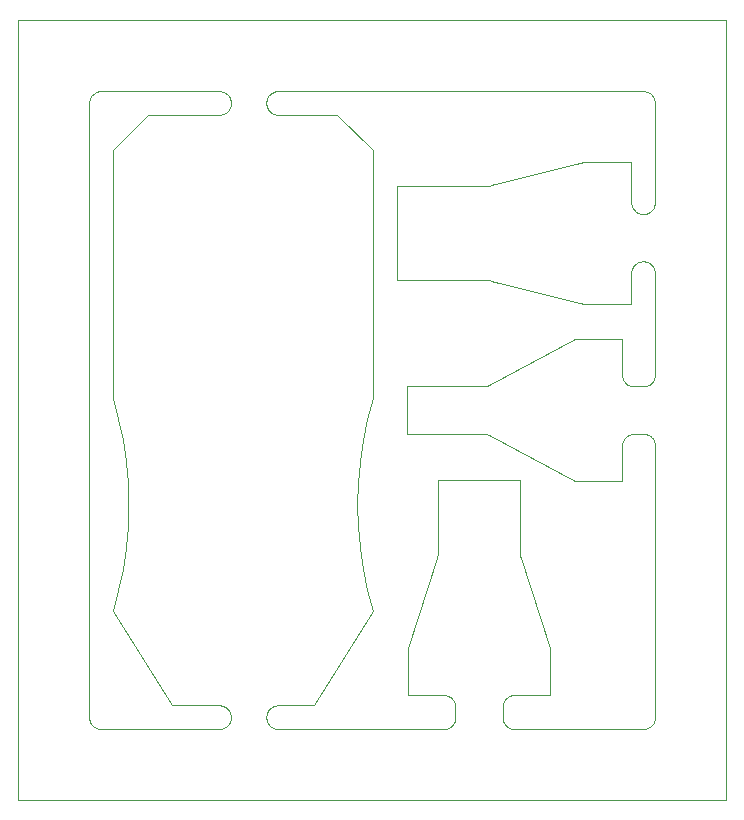
<source format=gm1>
G04 #@! TF.GenerationSoftware,KiCad,Pcbnew,6.0.2-378541a8eb~116~ubuntu20.04.1*
G04 #@! TF.CreationDate,2022-02-28T16:15:05+01:00*
G04 #@! TF.ProjectId,ISP_panel,4953505f-7061-46e6-956c-2e6b69636164,rev?*
G04 #@! TF.SameCoordinates,Original*
G04 #@! TF.FileFunction,Profile,NP*
%FSLAX46Y46*%
G04 Gerber Fmt 4.6, Leading zero omitted, Abs format (unit mm)*
G04 Created by KiCad (PCBNEW 6.0.2-378541a8eb~116~ubuntu20.04.1) date 2022-02-28 16:15:05*
%MOMM*%
%LPD*%
G01*
G04 APERTURE LIST*
G04 #@! TA.AperFunction,Profile*
%ADD10C,0.100000*%
G04 #@! TD*
G04 APERTURE END LIST*
D10*
X73141363Y-43056637D02*
X73095825Y-42999738D01*
X57790465Y-86619078D02*
X57743544Y-86674842D01*
X74077252Y-43385421D02*
X74029186Y-43392550D01*
X38942123Y-34342520D02*
X38924636Y-34387856D01*
X60874858Y-49005750D02*
X60946941Y-49015521D01*
X74848032Y-48079452D02*
X74862137Y-48125951D01*
X27086933Y-86411188D02*
X27068337Y-86366295D01*
X27775089Y-86975944D02*
X27727954Y-86964137D01*
X74029186Y-62007443D02*
X74077252Y-62014572D01*
X42892959Y-85005767D02*
X42965700Y-85001298D01*
X53109000Y-49001000D02*
X60777941Y-49001000D01*
X74878976Y-33796860D02*
X74890553Y-33868813D01*
X73697860Y-43380973D02*
X73626954Y-43364134D01*
X74395968Y-47528611D02*
X74458014Y-47566842D01*
X74497741Y-57805171D02*
X74458014Y-57833151D01*
X57871388Y-86497968D02*
X57833157Y-86560014D01*
X62010719Y-86155263D02*
X62002686Y-86082828D01*
X72880449Y-62029666D02*
X72927860Y-62019020D01*
X72901298Y-42434292D02*
X72901000Y-39009000D01*
X72121000Y-53999000D02*
X68130194Y-53999263D01*
X47993863Y-34999000D02*
X42990057Y-34999000D01*
X38819404Y-85420950D02*
X38846400Y-85461352D01*
X42307351Y-34726004D02*
X42272991Y-34691644D01*
X21003928Y-27001928D02*
X21001000Y-27009000D01*
X46000483Y-84999347D02*
X46004200Y-84995165D01*
X73095825Y-42999738D02*
X73067845Y-42960011D01*
X49890151Y-71614266D02*
X49733693Y-69824618D01*
X42035858Y-86274045D02*
X42024051Y-86226910D01*
X42361947Y-34774279D02*
X42307351Y-34726004D01*
X42128610Y-85503031D02*
X42153591Y-85461352D01*
X38560010Y-85167845D02*
X38599737Y-85195825D01*
X74802948Y-62566717D02*
X74822640Y-62611140D01*
X60715172Y-57941341D02*
X60645814Y-57963270D01*
X73907938Y-47399997D02*
X73956576Y-47401190D01*
X42965700Y-85001298D02*
X45995128Y-85000982D01*
X38997312Y-33917171D02*
X38999996Y-33990061D01*
X38933658Y-86366295D02*
X38904944Y-86433279D01*
X27003193Y-33941423D02*
X27006767Y-33892963D01*
X38775275Y-33361951D02*
X38819404Y-33419950D01*
X74840127Y-62656476D02*
X74862137Y-62725951D01*
X42272991Y-34691644D02*
X42224716Y-34637048D01*
X27107708Y-86455114D02*
X27086933Y-86411188D01*
X56499362Y-65886332D02*
X56499000Y-72224056D01*
X38871381Y-85503031D02*
X38894287Y-85545885D01*
X56496433Y-72295344D02*
X56488749Y-72366202D01*
X72975736Y-62010713D02*
X73048171Y-62002680D01*
X42289960Y-86710035D02*
X42240359Y-86656640D01*
X57155266Y-86989283D02*
X57107039Y-86995232D01*
X72764704Y-57933659D02*
X72697720Y-57904945D01*
X57433282Y-84226051D02*
X57497971Y-84259614D01*
X72121000Y-66001000D02*
X72125928Y-65999700D01*
X42400254Y-34804174D02*
X42361947Y-34774279D01*
X38998802Y-86058576D02*
X38995228Y-86107036D01*
X74241520Y-43342124D02*
X74195381Y-43357367D01*
X42749445Y-86970330D02*
X42679451Y-86950032D01*
X74890553Y-33868813D02*
X74896806Y-33941423D01*
X38997312Y-34081828D02*
X38989279Y-34154263D01*
X42000294Y-86034295D02*
X42000294Y-85966704D01*
X53879000Y-61991000D02*
X53881928Y-61998071D01*
X42002679Y-34081828D02*
X42000294Y-34033295D01*
X74478049Y-62180588D02*
X74536048Y-62224717D01*
X56451173Y-72528106D02*
X53999272Y-80129403D01*
X72420964Y-62289961D02*
X72456157Y-62256455D01*
X73907938Y-87000000D02*
X62990064Y-87000000D01*
X74077252Y-62014572D02*
X74124910Y-62024052D01*
X80896409Y-27002284D02*
X80889000Y-26999000D01*
X73580455Y-43350029D02*
X73534704Y-43333659D01*
X62105711Y-84675885D02*
X62128617Y-84633031D01*
X60503211Y-62008418D02*
X60575033Y-62019952D01*
X60382188Y-57999000D02*
X53889000Y-57999000D01*
X38915062Y-85589811D02*
X38933658Y-85634704D01*
X50535101Y-60735318D02*
X51000943Y-58999152D01*
X21001000Y-92991000D02*
X21003590Y-92997715D01*
X62749452Y-84160669D02*
X62820750Y-84145575D01*
X27727954Y-86964137D02*
X27681455Y-86950032D01*
X74757150Y-33481038D02*
X74792291Y-33544885D01*
X51000943Y-58999152D02*
X51000933Y-38002882D01*
X74218544Y-33049967D02*
X74264295Y-33066337D01*
X62566723Y-86904948D02*
X62502034Y-86871385D01*
X57997319Y-86082828D02*
X57989286Y-86155263D01*
X74517078Y-86790462D02*
X74458014Y-86833154D01*
X73081591Y-47819947D02*
X73110537Y-47780918D01*
X62633707Y-86933662D02*
X62566723Y-86904948D01*
X27037862Y-86274045D02*
X27026055Y-86226910D01*
X57388859Y-86924640D02*
X57343523Y-86942127D01*
X38058572Y-33001193D02*
X38107032Y-33004767D01*
X38904944Y-33566720D02*
X38933658Y-33633704D01*
X72880449Y-57970327D02*
X72833618Y-57957367D01*
X57320547Y-84180967D02*
X57388859Y-84206359D01*
X49733693Y-69824618D02*
X49680498Y-67999996D01*
X57743544Y-86674842D02*
X57710038Y-86710035D01*
X62066340Y-84764704D02*
X62084936Y-84719811D01*
X29478256Y-75208392D02*
X29464890Y-75264673D01*
X62544888Y-84236708D02*
X62588814Y-84215933D01*
X62702621Y-84173629D02*
X62749452Y-84160669D01*
X73041849Y-47881035D02*
X73081591Y-47819947D01*
X42820743Y-86985424D02*
X42749445Y-86970330D01*
X57833157Y-84570985D02*
X57859153Y-84612038D01*
X72901000Y-50991000D02*
X72901000Y-48390058D01*
X27291964Y-33289964D02*
X27345359Y-33240363D01*
X38131182Y-85008446D02*
X38179248Y-85015575D01*
X62095054Y-86433279D02*
X62075362Y-86388856D01*
X38989279Y-33844736D02*
X38997312Y-33917171D01*
X38619074Y-33209537D02*
X38674838Y-33256458D01*
X72129700Y-54004071D02*
X72126141Y-54000422D01*
X57989286Y-84975736D02*
X57997319Y-85048171D01*
X73340985Y-47566842D02*
X73403031Y-47528611D01*
X72591352Y-62153592D02*
X72654317Y-62116895D01*
X61018172Y-40969426D02*
X60946941Y-40984478D01*
X42588807Y-85085933D02*
X42633700Y-85067337D01*
X57599744Y-86805174D02*
X57560017Y-86833154D01*
X38388852Y-86924640D02*
X38320540Y-86950032D01*
X62075362Y-86388856D02*
X62057875Y-86343520D01*
X56470616Y-72459472D02*
X56451173Y-72528106D01*
X74802948Y-42833276D02*
X74781101Y-42876679D01*
X38964133Y-85726954D02*
X38975940Y-85774089D01*
X42633700Y-33066337D02*
X42702614Y-33042629D01*
X74416961Y-86859150D02*
X74353114Y-86894291D01*
X63491490Y-65879012D02*
X56509000Y-65879000D01*
X27016575Y-86179252D02*
X27009446Y-86131186D01*
X27846736Y-33010716D02*
X27919171Y-33002683D01*
X38455110Y-86894291D02*
X38388852Y-86924640D01*
X29841822Y-73449091D02*
X29478256Y-75208392D01*
X42194821Y-34598741D02*
X42166841Y-34559014D01*
X72297845Y-57560011D02*
X72271849Y-57518958D01*
X73067845Y-42960011D02*
X73029614Y-42897965D01*
X72550950Y-62180588D02*
X72591352Y-62153592D01*
X74264295Y-47466334D02*
X74331279Y-47495048D01*
X74792291Y-33544885D02*
X74822640Y-33611143D01*
X42633700Y-85067337D02*
X42679451Y-85050967D01*
X27006767Y-33892963D02*
X27012716Y-33844736D01*
X42084929Y-85589811D02*
X42105704Y-85545885D01*
X38388852Y-85076359D02*
X38433275Y-85096051D01*
X74536048Y-43175276D02*
X74497741Y-43205171D01*
X58000003Y-85121061D02*
X58000003Y-86009938D01*
X74608035Y-43110032D02*
X74572842Y-43143538D01*
X50521735Y-60791599D02*
X50535101Y-60735318D01*
X72160669Y-57250547D02*
X72145575Y-57179249D01*
X38997312Y-85918171D02*
X38999996Y-86009938D01*
X38819404Y-33419950D02*
X38859146Y-33481038D01*
X73096704Y-62000295D02*
X73932295Y-62000295D01*
X60760435Y-57923917D02*
X60715172Y-57941341D01*
X32000720Y-34999496D02*
X31994954Y-35003631D01*
X27004683Y-86082828D02*
X27002298Y-86034295D01*
X74848032Y-42720541D02*
X74822640Y-42788853D01*
X72902193Y-48341420D02*
X72905767Y-48292960D01*
X74893232Y-48292960D02*
X74897701Y-48365701D01*
X72985933Y-42811185D02*
X72967337Y-42766292D01*
X38476678Y-34882101D02*
X38433275Y-34903948D01*
X57980979Y-84927860D02*
X57989286Y-84975736D01*
X30266298Y-69824618D02*
X30109840Y-71614266D01*
X62633707Y-84197337D02*
X62702621Y-84173629D01*
X57957373Y-84833618D02*
X57970333Y-84880449D01*
X73226157Y-43143538D02*
X73173995Y-43092641D01*
X38082824Y-86997316D02*
X38009934Y-87000000D01*
X38476678Y-33116898D02*
X38518957Y-33140849D01*
X38790458Y-85381921D02*
X38819404Y-85420950D01*
X38980972Y-86203139D02*
X38970326Y-86250550D01*
X27681455Y-33049967D02*
X27727954Y-33035862D01*
X80889000Y-26999000D02*
X21011000Y-26999000D01*
X74802948Y-57433276D02*
X74769385Y-57497965D01*
X51000209Y-76999528D02*
X50535101Y-75264674D01*
X57790465Y-84511921D02*
X57833157Y-84570985D01*
X42024051Y-86226910D02*
X42014571Y-86179252D01*
X42544881Y-34893291D02*
X42502027Y-34870385D01*
X72967337Y-48033701D02*
X72985933Y-47988808D01*
X62380924Y-84340537D02*
X62419953Y-84311591D01*
X51000933Y-38002882D02*
X50996368Y-37994954D01*
X74862137Y-62725951D02*
X74873944Y-62773086D01*
X49680498Y-67999996D02*
X49733693Y-66175373D01*
X27274995Y-86692644D02*
X27242363Y-86656640D01*
X72215933Y-62588808D02*
X72247898Y-62523314D01*
X74517078Y-47609534D02*
X74572842Y-47656455D01*
X62007449Y-84999813D02*
X62014578Y-84951747D01*
X74862137Y-57274042D02*
X74848032Y-57320541D01*
X42084929Y-86411188D02*
X42066333Y-86366295D01*
X42702614Y-33042629D02*
X42773085Y-33024055D01*
X57894294Y-84675885D02*
X57915069Y-84719811D01*
X74898000Y-33990061D02*
X74898000Y-42409935D01*
X27613143Y-33075359D02*
X27681455Y-33049967D01*
X42796856Y-34979976D02*
X42749445Y-34969330D01*
X74883424Y-62820744D02*
X74890553Y-62868810D01*
X38975940Y-34225910D02*
X38957366Y-34296381D01*
X53889000Y-57999000D02*
X53884071Y-58000299D01*
X28999052Y-58999156D02*
X29464891Y-60735319D01*
X27196825Y-33400258D02*
X27242363Y-33343359D01*
X68124125Y-65998000D02*
X68132139Y-66000951D01*
X74241520Y-57942124D02*
X74172045Y-57964134D01*
X74744404Y-57539644D02*
X74703174Y-57599738D01*
X38599737Y-85195825D02*
X38638044Y-85225720D01*
X42010712Y-33844736D02*
X42019019Y-33796860D01*
X73956576Y-47401190D02*
X74029186Y-47407443D01*
X57710038Y-86710035D02*
X57674845Y-86743541D01*
X72126141Y-54000422D02*
X72121000Y-53999000D01*
X30103111Y-71671720D02*
X29841822Y-73449091D01*
X27590811Y-86915066D02*
X27546885Y-86894291D01*
X42343355Y-85241363D02*
X42380917Y-85210537D01*
X74195381Y-47442626D02*
X74264295Y-47466334D01*
X62166848Y-84570985D02*
X62194828Y-84531258D01*
X38894287Y-34454114D02*
X38859146Y-34517961D01*
X62343362Y-86759636D02*
X62289967Y-86710035D01*
X42066333Y-34365295D02*
X42049963Y-34319544D01*
X74572842Y-47656455D02*
X74608035Y-47689961D01*
X38297377Y-85043629D02*
X38343516Y-85058872D01*
X38107032Y-34994232D02*
X38034291Y-34998701D01*
X48000865Y-35000153D02*
X47993863Y-34999000D01*
X38250546Y-86970330D02*
X38203135Y-86980976D01*
X74781101Y-42876679D02*
X74744404Y-42939644D01*
X73580455Y-47449964D02*
X73650449Y-47429666D01*
X50996368Y-37994954D02*
X48000865Y-35000153D01*
X62128617Y-84633031D02*
X62166848Y-84570985D01*
X42000294Y-34033295D02*
X42000294Y-33965704D01*
X74478049Y-33180591D02*
X74536048Y-33224720D01*
X38992549Y-85869813D02*
X38997312Y-85918171D01*
X73006708Y-47944882D02*
X73041849Y-47881035D01*
X74657636Y-62343356D02*
X74703174Y-62400255D01*
X73048171Y-62002680D02*
X73096704Y-62000295D01*
X74497741Y-43205171D02*
X74437647Y-43246401D01*
X73932295Y-62000295D02*
X73980828Y-62002680D01*
X57388859Y-84206359D02*
X57433282Y-84226051D01*
X68130194Y-53999263D02*
X60848186Y-57882500D01*
X60715172Y-62058658D02*
X60760435Y-62076082D01*
X62941426Y-86998806D02*
X62892966Y-86995232D01*
X42588807Y-33084933D02*
X42633700Y-33066337D01*
X53101928Y-48998071D02*
X53109000Y-49001000D01*
X53999272Y-80129403D02*
X53999012Y-84121490D01*
X74148550Y-47429666D02*
X74195381Y-47442626D01*
X74374682Y-62116895D02*
X74416961Y-62140846D01*
X74416961Y-57859147D02*
X74353114Y-57894288D01*
X57915069Y-84719811D02*
X57933665Y-84764704D01*
X42844732Y-33010716D02*
X42892959Y-33004767D01*
X57759639Y-84474359D02*
X57790465Y-84511921D01*
X38674838Y-85257458D02*
X38710031Y-85290964D01*
X72898409Y-39002284D02*
X72891980Y-38999048D01*
X80899000Y-92991000D02*
X80899000Y-27009000D01*
X72131000Y-57009935D02*
X72131000Y-54009000D01*
X72132193Y-62941420D02*
X72138446Y-62868810D01*
X57859153Y-84612038D02*
X57894294Y-84675885D01*
X72456157Y-57743538D02*
X72403995Y-57692641D01*
X29002547Y-77005964D02*
X33998160Y-84998280D01*
X38009934Y-87000000D02*
X27992061Y-87000000D01*
X27009446Y-86131186D02*
X27004683Y-86082828D01*
X38727000Y-33307355D02*
X38775275Y-33361951D01*
X21011000Y-93001000D02*
X80889000Y-93001000D01*
X73650449Y-47429666D02*
X73697860Y-47419020D01*
X27211537Y-86619078D02*
X27182591Y-86580049D01*
X72403995Y-57692641D02*
X72371363Y-57656637D01*
X21001000Y-27009000D02*
X21001000Y-92991000D01*
X42010712Y-34154263D02*
X42002679Y-34081828D01*
X60848186Y-62117499D02*
X68124125Y-65998000D01*
X42892959Y-33004767D02*
X42965700Y-33000298D01*
X42749445Y-85030669D02*
X42820743Y-85015575D01*
X42049963Y-33679455D02*
X42066333Y-33633704D01*
X29464890Y-75264673D02*
X28999740Y-76998780D01*
X54002104Y-84128242D02*
X54009000Y-84131000D01*
X60946941Y-40984478D02*
X60874858Y-40994249D01*
X74572842Y-57743538D02*
X74536048Y-57775276D01*
X73745736Y-43389280D02*
X73697860Y-43380973D01*
X38710031Y-86710035D02*
X38656636Y-86759636D01*
X42380917Y-85210537D02*
X42419946Y-85181591D01*
X42019019Y-33796860D02*
X42029665Y-33749449D01*
X57058579Y-84132193D02*
X57107039Y-84135767D01*
X38933658Y-85634704D02*
X38950028Y-85680455D01*
X74353114Y-86894291D02*
X74286856Y-86924640D01*
X57250553Y-84160669D02*
X57320547Y-84180967D01*
X62042632Y-86297381D02*
X62029672Y-86250550D01*
X53879000Y-58009000D02*
X53879000Y-61991000D01*
X42679451Y-85050967D02*
X42749445Y-85030669D01*
X74053263Y-57989280D02*
X74005036Y-57995229D01*
X27402258Y-33194825D02*
X27462352Y-33153595D01*
X27097051Y-33566720D02*
X27118898Y-33523317D01*
X62002686Y-86082828D02*
X62000003Y-86009938D01*
X27142849Y-33481038D02*
X27168845Y-33439985D01*
X50535101Y-75264674D02*
X50521735Y-75208392D01*
X74878976Y-48196857D02*
X74887283Y-48244733D01*
X42990057Y-34999000D02*
X42941419Y-34997806D01*
X27051967Y-33679455D02*
X27068337Y-33633704D01*
X74536048Y-57775276D02*
X74497741Y-57805171D01*
X62820750Y-86985424D02*
X62749452Y-86970330D01*
X72129700Y-65995928D02*
X72131000Y-65991000D01*
X72833618Y-62042626D02*
X72880449Y-62029666D01*
X74286856Y-43324637D02*
X74241520Y-43342124D01*
X73512143Y-47475356D02*
X73580455Y-47449964D01*
X60575033Y-62019952D02*
X60645814Y-62036729D01*
X74458014Y-86833154D02*
X74416961Y-86859150D01*
X62460355Y-86846404D02*
X62400261Y-86805174D01*
X62941426Y-84132193D02*
X62990064Y-84131000D01*
X38656636Y-86759636D02*
X38599737Y-86805174D01*
X42460348Y-86846404D02*
X42400254Y-86805174D01*
X72915575Y-48220744D02*
X72930669Y-48149446D01*
X63503566Y-72295344D02*
X63501000Y-72224056D01*
X27026055Y-86226910D02*
X27016575Y-86179252D01*
X29464891Y-60735319D02*
X29478256Y-60791598D01*
X38107032Y-33004767D02*
X38155259Y-33010716D01*
X42002679Y-86082828D02*
X42000294Y-86034295D01*
X27546885Y-86894291D02*
X27504031Y-86871385D01*
X62002686Y-85048171D02*
X62007449Y-84999813D01*
X74893232Y-57107033D02*
X74887283Y-57155260D01*
X38710031Y-85290964D02*
X38743537Y-85326157D01*
X68899544Y-38999224D02*
X61018172Y-40969426D01*
X60777941Y-40999000D02*
X53106332Y-40999362D01*
X73173995Y-43092641D02*
X73141363Y-43056637D01*
X33998160Y-84998280D02*
X34006326Y-85001000D01*
X42702614Y-34956370D02*
X42633700Y-34932662D01*
X72387458Y-62325154D02*
X72420964Y-62289961D01*
X62049970Y-84810455D02*
X62066340Y-84764704D01*
X42224716Y-34637048D02*
X42194821Y-34598741D01*
X74896806Y-86058576D02*
X74890553Y-86131186D01*
X72135767Y-57107033D02*
X72132193Y-57058573D01*
X30266298Y-66175373D02*
X30319493Y-67999996D01*
X73382038Y-43259147D02*
X73320950Y-43219405D01*
X74673279Y-86638048D02*
X74625004Y-86692644D01*
X72927860Y-57980973D02*
X72880449Y-57970327D01*
X74331279Y-47495048D02*
X74395968Y-47528611D01*
X72236708Y-57455111D02*
X72215933Y-57411185D01*
X74395968Y-43271382D02*
X74331279Y-43304945D01*
X73697860Y-47419020D02*
X73769813Y-47407443D01*
X42105704Y-34454114D02*
X42084929Y-34410188D01*
X53889000Y-62001000D02*
X60382188Y-62001000D01*
X38411184Y-33084933D02*
X38476678Y-33116898D01*
X74572842Y-86743541D02*
X74517078Y-86790462D01*
X74148550Y-33029669D02*
X74218544Y-33049967D01*
X62256461Y-86674842D02*
X62209540Y-86619078D01*
X28999740Y-76998780D02*
X29002547Y-77005964D01*
X62116901Y-86476682D02*
X62095054Y-86433279D01*
X62588814Y-84215933D02*
X62633707Y-84197337D01*
X38883097Y-33523317D02*
X38904944Y-33566720D01*
X27021023Y-33796860D02*
X27037862Y-33725954D01*
X57692647Y-84403995D02*
X57727007Y-84438355D01*
X27421950Y-86819408D02*
X27382921Y-86790462D01*
X72911716Y-42555260D02*
X72905767Y-42507033D01*
X57904951Y-86433279D02*
X57871388Y-86497968D01*
X63511250Y-72366202D02*
X63503566Y-72295344D01*
X42153591Y-86539647D02*
X42116894Y-86476682D01*
X74717408Y-42980046D02*
X74688462Y-43019075D01*
X74101139Y-86980976D02*
X74029186Y-86992553D01*
X73980828Y-62002680D02*
X74029186Y-62007443D01*
X27462352Y-86846404D02*
X27421950Y-86819408D01*
X27051967Y-86320544D02*
X27037862Y-86274045D01*
X42523313Y-33116898D02*
X42588807Y-33084933D01*
X66000727Y-80129403D02*
X63548826Y-72528106D01*
X74878976Y-57203136D02*
X74862137Y-57274042D01*
X57560017Y-86833154D02*
X57518964Y-86859150D01*
X42343355Y-86759636D02*
X42289960Y-86710035D01*
X62029672Y-86250550D02*
X62019026Y-86203139D01*
X60430736Y-62002188D02*
X60503211Y-62008418D01*
X73006708Y-42855111D02*
X72985933Y-42811185D01*
X72985933Y-47988808D02*
X73006708Y-47944882D01*
X74703174Y-57599738D02*
X74657636Y-57656637D01*
X27992061Y-87000000D02*
X27919171Y-86997316D01*
X57560017Y-84297845D02*
X57599744Y-84325825D01*
X74029186Y-33007446D02*
X74077252Y-33014575D01*
X74195381Y-62042626D02*
X74264295Y-62066334D01*
X73467720Y-47495048D02*
X73512143Y-47475356D01*
X74893232Y-42507033D02*
X74887283Y-42555260D01*
X42166841Y-34559014D02*
X42140845Y-34517961D01*
X74731154Y-47839982D02*
X74769385Y-47902028D01*
X74862137Y-48125951D02*
X74878976Y-48196857D01*
X38155259Y-86989283D02*
X38082824Y-86997316D01*
X38155259Y-33010716D02*
X38203135Y-33019023D01*
X74172045Y-86964137D02*
X74101139Y-86980976D01*
X27068337Y-33633704D02*
X27097051Y-33566720D01*
X72901000Y-48390058D02*
X72902193Y-48341420D01*
X57933665Y-86366295D02*
X57904951Y-86433279D01*
X62140852Y-86518961D02*
X62116901Y-86476682D01*
X74848032Y-57320541D02*
X74822640Y-57388853D01*
X27546885Y-33105708D02*
X27613143Y-33075359D01*
X63529383Y-72459472D02*
X63519197Y-72413055D01*
X60645814Y-62036729D02*
X60715172Y-62058658D01*
X42049963Y-34319544D02*
X42035858Y-34273045D01*
X50997448Y-77005968D02*
X51000209Y-76999528D01*
X74883424Y-86179252D02*
X74868330Y-86250550D01*
X42002679Y-85918171D02*
X42007442Y-85869813D01*
X72492951Y-57775276D02*
X72456157Y-57743538D01*
X74688462Y-33380921D02*
X74717408Y-33419950D01*
X74757150Y-62481035D02*
X74781101Y-62523314D01*
X27037862Y-33725954D02*
X27051967Y-33679455D01*
X62892966Y-84135767D02*
X62941426Y-84132193D01*
X27345359Y-86759636D02*
X27309355Y-86727004D01*
X42965700Y-33000298D02*
X73907938Y-33000000D01*
X42749445Y-34969330D02*
X42702614Y-34956370D01*
X42209533Y-85381921D02*
X42240359Y-85344359D01*
X53999012Y-84121490D02*
X54002104Y-84128242D01*
X74331279Y-43304945D02*
X74286856Y-43324637D01*
X42460348Y-85154595D02*
X42502027Y-85129614D01*
X62481041Y-84271849D02*
X62544888Y-84236708D01*
X42000294Y-33965704D02*
X42004763Y-33892963D01*
X57833157Y-86560014D02*
X57790465Y-86619078D01*
X42272991Y-33307355D02*
X42307351Y-33272995D01*
X38179248Y-85015575D02*
X38250546Y-85030669D01*
X74148550Y-43370327D02*
X74077252Y-43385421D01*
X38009934Y-33000000D02*
X38058572Y-33001193D01*
X74802948Y-86433279D02*
X74781101Y-86476682D01*
X73956576Y-86998806D02*
X73907938Y-87000000D01*
X72697720Y-57904945D02*
X72654317Y-57883098D01*
X74822640Y-62611140D02*
X74840127Y-62656476D01*
X38995228Y-86107036D02*
X38989279Y-86155263D01*
X62209540Y-86619078D02*
X62180594Y-86580049D01*
X74848032Y-33679455D02*
X74862137Y-33725954D01*
X57107039Y-86995232D02*
X57034298Y-86999701D01*
X65991000Y-84131000D02*
X65997895Y-84128242D01*
X74124910Y-62024052D02*
X74195381Y-62042626D01*
X74878976Y-42603136D02*
X74862137Y-42674042D01*
X60575033Y-57980047D02*
X60503211Y-57991581D01*
X74822640Y-42788853D02*
X74802948Y-42833276D01*
X72215933Y-57411185D02*
X72197337Y-57366292D01*
X73190964Y-47689961D02*
X73226157Y-47656455D01*
X42194821Y-86599741D02*
X42153591Y-86539647D01*
X57250553Y-86970330D02*
X57203142Y-86980976D01*
X42361947Y-33224720D02*
X42419946Y-33180591D01*
X74822640Y-57388853D02*
X74802948Y-57433276D01*
X74890553Y-86131186D02*
X74883424Y-86179252D01*
X38599737Y-86805174D02*
X38539643Y-86846404D01*
X74625004Y-57692641D02*
X74572842Y-57743538D01*
X63501000Y-72224056D02*
X63501000Y-65889000D01*
X74873944Y-62773086D02*
X74883424Y-62820744D01*
X72125928Y-65999700D02*
X72129700Y-65995928D01*
X29841822Y-62550900D02*
X30103111Y-64328271D01*
X57638051Y-86775279D02*
X57599744Y-86805174D01*
X74124910Y-57975941D02*
X74053263Y-57989280D01*
X38539643Y-34845404D02*
X38476678Y-34882101D01*
X54009000Y-84131000D02*
X57009941Y-84131000D01*
X38933658Y-33633704D02*
X38957366Y-33702618D01*
X62057875Y-86343520D02*
X62042632Y-86297381D01*
X38433275Y-34903948D02*
X38388852Y-34923640D01*
X74657636Y-47743356D02*
X74688462Y-47780918D01*
X42035858Y-85726954D02*
X42049963Y-85680455D01*
X49896880Y-64328271D02*
X50158169Y-62550900D01*
X38320540Y-86950032D02*
X38250546Y-86970330D01*
X72905767Y-48292960D02*
X72915575Y-48220744D01*
X38034291Y-34998701D02*
X32000720Y-34999496D01*
X60645814Y-57963270D02*
X60575033Y-57980047D01*
X42419946Y-85181591D02*
X42460348Y-85154595D01*
X72654317Y-57883098D02*
X72612038Y-57859147D01*
X72150023Y-62796857D02*
X72166862Y-62725951D01*
X60430736Y-57997811D02*
X60382188Y-57999000D01*
X21011000Y-26999000D02*
X21003928Y-27001928D01*
X63501000Y-65889000D02*
X63498242Y-65882104D01*
X60826488Y-49002188D02*
X60874858Y-49005750D01*
X38957366Y-86297381D02*
X38933658Y-86366295D01*
X38775275Y-34637048D02*
X38727000Y-34691644D01*
X42502027Y-85129614D02*
X42544881Y-85106708D01*
X73956576Y-43398803D02*
X73907938Y-43399997D01*
X27182591Y-86580049D02*
X27155595Y-86539647D01*
X60804790Y-57904297D02*
X60760435Y-57923917D01*
X50158169Y-73449091D02*
X49896880Y-71671720D01*
X30109840Y-71614266D02*
X30103111Y-71671720D01*
X27242363Y-86656640D02*
X27211537Y-86619078D01*
X42419946Y-33180591D02*
X42460348Y-33153595D01*
X74897701Y-57034292D02*
X74893232Y-57107033D01*
X74688462Y-47780918D02*
X74731154Y-47839982D01*
X38743537Y-85326157D02*
X38790458Y-85381921D01*
X60777941Y-49001000D02*
X60826488Y-49002188D01*
X42307351Y-33272995D02*
X42361947Y-33224720D01*
X74353114Y-57894288D02*
X74309188Y-57915063D01*
X73029614Y-42897965D02*
X73006708Y-42855111D01*
X62256461Y-84456157D02*
X62307358Y-84403995D01*
X38539643Y-86846404D02*
X38497964Y-86871385D01*
X72166862Y-62725951D02*
X72188872Y-62656476D01*
X57656643Y-84371363D02*
X57692647Y-84403995D01*
X38950028Y-85680455D02*
X38964133Y-85726954D01*
X57433282Y-86904948D02*
X57388859Y-86924640D01*
X57975947Y-86226910D02*
X57957373Y-86297381D01*
X60874858Y-40994249D02*
X60826488Y-40997811D01*
X38388852Y-34923640D02*
X38343516Y-34941127D01*
X42307351Y-85273995D02*
X42343355Y-85241363D01*
X38894287Y-85545885D02*
X38915062Y-85589811D01*
X42272991Y-85308355D02*
X42307351Y-85273995D01*
X72131000Y-54009000D02*
X72129700Y-54004071D01*
X56502847Y-65881116D02*
X56499362Y-65886332D01*
X74657636Y-43056637D02*
X74608035Y-43110032D01*
X62000003Y-86009938D02*
X62000003Y-85121061D01*
X73320950Y-43219405D02*
X73281921Y-43190459D01*
X27155595Y-86539647D02*
X27130614Y-86497968D01*
X74896806Y-42458573D02*
X74893232Y-42507033D01*
X38203135Y-34979976D02*
X38155259Y-34988283D01*
X74077252Y-33014575D02*
X74148550Y-33029669D01*
X74887283Y-48244733D02*
X74893232Y-48292960D01*
X74822640Y-48011140D02*
X74848032Y-48079452D01*
X38727000Y-34691644D02*
X38692640Y-34726004D01*
X73907938Y-57999997D02*
X73121061Y-57999997D01*
X56499000Y-72224056D02*
X56496433Y-72295344D01*
X42084929Y-34410188D02*
X42066333Y-34365295D01*
X73467720Y-43304945D02*
X73424317Y-43283098D01*
X74822640Y-33611143D02*
X74848032Y-33679455D01*
X73281921Y-43190459D02*
X73226157Y-43143538D01*
X74218544Y-86950032D02*
X74172045Y-86964137D01*
X38999996Y-86009938D02*
X38998802Y-86058576D01*
X74744404Y-86539647D02*
X74717408Y-86580049D01*
X62400261Y-86805174D02*
X62343362Y-86759636D01*
X74781101Y-86476682D02*
X74744404Y-86539647D01*
X72197337Y-57366292D02*
X72173629Y-57297378D01*
X38975940Y-33773089D02*
X38989279Y-33844736D01*
X72132193Y-57058573D02*
X72131000Y-57009935D01*
X72131000Y-62990058D02*
X72132193Y-62941420D01*
X72284595Y-62460349D02*
X72311591Y-62419947D01*
X74264295Y-62066334D02*
X74331279Y-62095048D01*
X80889000Y-93001000D02*
X80895715Y-92998409D01*
X42460348Y-34845404D02*
X42400254Y-34804174D01*
X42633700Y-34932662D02*
X42588807Y-34914066D01*
X63498242Y-65882104D02*
X63491490Y-65879012D01*
X73907938Y-43399997D02*
X73842423Y-43398803D01*
X42035858Y-34273045D02*
X42019019Y-34202139D01*
X74781101Y-62523314D02*
X74802948Y-62566717D01*
X74536048Y-33224720D02*
X74590644Y-33272995D01*
X74572842Y-62256455D02*
X74608035Y-62289961D01*
X57727007Y-84438355D02*
X57759639Y-84474359D01*
X56488749Y-72366202D02*
X56480802Y-72413055D01*
X42544881Y-86894291D02*
X42502027Y-86871385D01*
X72612038Y-57859147D02*
X72570985Y-57833151D01*
X62702621Y-86957370D02*
X62633707Y-86933662D01*
X73842423Y-47401190D02*
X73907938Y-47399997D01*
X38599737Y-34804174D02*
X38539643Y-34845404D01*
X50521735Y-75208392D02*
X50158169Y-73449091D01*
X72325825Y-57599738D02*
X72297845Y-57560011D01*
X72456157Y-62256455D02*
X72511921Y-62209534D01*
X74703174Y-62400255D02*
X74731154Y-62439982D01*
X49733693Y-66175373D02*
X49890151Y-64385725D01*
X73534704Y-43333659D02*
X73467720Y-43304945D01*
X66000972Y-84121735D02*
X66000727Y-80129403D01*
X30319493Y-67999996D02*
X30266298Y-69824618D01*
X60804790Y-62095702D02*
X60848186Y-62117499D01*
X42965700Y-86999701D02*
X42892959Y-86995232D01*
X57674845Y-86743541D02*
X57638051Y-86775279D01*
X73157458Y-47725154D02*
X73190964Y-47689961D01*
X73842423Y-43398803D02*
X73793963Y-43395229D01*
X74458014Y-57833151D02*
X74416961Y-57859147D01*
X72311591Y-62419947D02*
X72340537Y-62380918D01*
X27681455Y-86950032D02*
X27635704Y-86933662D01*
X62990064Y-87000000D02*
X62941426Y-86998806D01*
X46004200Y-84995165D02*
X50997448Y-77005968D01*
X62307358Y-84403995D02*
X62343362Y-84371363D01*
X38859146Y-33481038D02*
X38883097Y-33523317D01*
X60760435Y-62076082D02*
X60804790Y-62095702D01*
X42941419Y-34997806D02*
X42868809Y-34991553D01*
X42029665Y-33749449D02*
X42049963Y-33679455D01*
X38970326Y-86250550D02*
X38957366Y-86297381D01*
X57497971Y-84259614D02*
X57560017Y-84297845D01*
X28999246Y-38001668D02*
X28999052Y-58999156D01*
X74887283Y-42555260D02*
X74878976Y-42603136D01*
X72511921Y-62209534D02*
X72550950Y-62180588D01*
X42000294Y-85966704D02*
X42002679Y-85918171D01*
X72927860Y-62019020D02*
X72975736Y-62010713D01*
X50158169Y-62550900D02*
X50521735Y-60791599D01*
X72936862Y-42674042D02*
X72920023Y-42603136D01*
X73403031Y-47528611D02*
X73467720Y-47495048D01*
X42019019Y-34202139D02*
X42010712Y-34154263D01*
X42066333Y-86366295D02*
X42049963Y-86320544D01*
X42180587Y-85420950D02*
X42209533Y-85381921D01*
X74608035Y-62289961D02*
X74657636Y-62343356D01*
X21003590Y-92997715D02*
X21011000Y-93001000D01*
X57989286Y-86155263D02*
X57975947Y-86226910D01*
X38975940Y-85774089D02*
X38985420Y-85821747D01*
X34006326Y-85001000D02*
X38009934Y-85001000D01*
X42180587Y-33419950D02*
X42224716Y-33361951D01*
X53884071Y-58000299D02*
X53880299Y-58004071D01*
X27919171Y-33002683D02*
X27992061Y-33000000D01*
X38250546Y-85030669D02*
X38297377Y-85043629D01*
X68132139Y-66000951D02*
X72121000Y-66001000D01*
X74572842Y-43143538D02*
X74536048Y-43175276D01*
X38203135Y-86980976D02*
X38155259Y-86989283D01*
X27309355Y-86727004D02*
X27274995Y-86692644D01*
X58000003Y-86009938D02*
X57997319Y-86082828D01*
X38638044Y-85225720D02*
X38674838Y-85257458D01*
X57599744Y-84325825D02*
X57656643Y-84371363D01*
X73956576Y-57998803D02*
X73907938Y-57999997D01*
X27504031Y-33128614D02*
X27546885Y-33105708D01*
X38274041Y-34963137D02*
X38203135Y-34979976D01*
X60946941Y-49015521D02*
X61018172Y-49030573D01*
X42460348Y-33153595D02*
X42523313Y-33116898D01*
X27775089Y-33024055D02*
X27846736Y-33010716D01*
X53106332Y-40999362D02*
X53101116Y-41002847D01*
X74437647Y-43246401D02*
X74395968Y-43271382D01*
X38999996Y-33990061D02*
X38997312Y-34081828D01*
X72247898Y-62523314D02*
X72284595Y-62460349D01*
X63519197Y-72413055D02*
X63511250Y-72366202D01*
X73048171Y-57997313D02*
X72975736Y-57989280D01*
X42892959Y-86995232D02*
X42820743Y-86985424D01*
X74416961Y-62140846D02*
X74478049Y-62180588D01*
X57933665Y-84764704D02*
X57957373Y-84833618D01*
X42140845Y-34517961D02*
X42105704Y-34454114D01*
X57034298Y-86999701D02*
X42965700Y-86999701D01*
X38819404Y-34579049D02*
X38775275Y-34637048D01*
X38846400Y-85461352D02*
X38871381Y-85503031D01*
X72943629Y-48102615D02*
X72967337Y-48033701D01*
X73121061Y-57999997D02*
X73048171Y-57997313D01*
X29003631Y-37994954D02*
X28999246Y-38001668D01*
X38692640Y-34726004D02*
X38656636Y-34758636D01*
X49896880Y-71671720D02*
X49890151Y-71614266D01*
X56509000Y-65879000D02*
X56502847Y-65881116D01*
X42820743Y-85015575D02*
X42892959Y-85005767D01*
X38343516Y-85058872D02*
X38388852Y-85076359D01*
X62180594Y-86580049D02*
X62140852Y-86518961D01*
X38743537Y-86674842D02*
X38710031Y-86710035D01*
X27382921Y-86790462D02*
X27345359Y-86759636D01*
X42014571Y-86179252D02*
X42007442Y-86131186D01*
X73793963Y-43395229D02*
X73745736Y-43389280D01*
X72531258Y-57805171D02*
X72492951Y-57775276D01*
X42116894Y-86476682D02*
X42084929Y-86411188D01*
X29478256Y-60791598D02*
X29841822Y-62550900D01*
X74029186Y-43392550D02*
X73956576Y-43398803D01*
X38518957Y-33140849D02*
X38560010Y-33166845D01*
X74641541Y-33325157D02*
X74688462Y-33380921D01*
X62343362Y-84371363D02*
X62380924Y-84340537D01*
X74896806Y-33941423D02*
X74898000Y-33990061D01*
X38343516Y-34941127D02*
X38274041Y-34963137D01*
X74101139Y-47419020D02*
X74148550Y-47429666D01*
X72340537Y-62380918D02*
X72387458Y-62325154D01*
X72697720Y-62095048D02*
X72764704Y-62066334D01*
X27168845Y-33439985D02*
X27196825Y-33400258D01*
X38674838Y-33256458D02*
X38727000Y-33307355D01*
X80899000Y-27009000D02*
X80896409Y-27002284D01*
X72891490Y-51000987D02*
X72898242Y-50997895D01*
X72145575Y-57179249D02*
X72135767Y-57107033D01*
X74688462Y-43019075D02*
X74657636Y-43056637D01*
X42773085Y-33024055D02*
X42844732Y-33010716D01*
X74717408Y-86580049D02*
X74673279Y-86638048D01*
X42004763Y-33892963D02*
X42010712Y-33844736D01*
X42240359Y-85344359D02*
X42272991Y-85308355D01*
X42502027Y-34870385D02*
X42460348Y-34845404D01*
X74887283Y-57155260D02*
X74878976Y-57203136D01*
X72138446Y-62868810D02*
X72150023Y-62796857D01*
X38989279Y-86155263D02*
X38980972Y-86203139D01*
X42679451Y-86950032D02*
X42611139Y-86924640D01*
X57970333Y-84880449D02*
X57980979Y-84927860D01*
X38985420Y-85821747D02*
X38992549Y-85869813D01*
X60503211Y-57991581D02*
X60430736Y-57997811D01*
X62419953Y-84311591D02*
X62481041Y-84271849D01*
X38433275Y-85096051D02*
X38476678Y-85117898D01*
X57179255Y-84145575D02*
X57250553Y-84160669D01*
X62019026Y-86203139D02*
X62010719Y-86155263D01*
X74769385Y-57497965D02*
X74744404Y-57539644D01*
X74590644Y-33272995D02*
X74641541Y-33325157D01*
X38560010Y-33166845D02*
X38619074Y-33209537D01*
X57107039Y-84135767D02*
X57179255Y-84145575D01*
X62502034Y-86871385D02*
X62460355Y-86846404D01*
X74802948Y-47966717D02*
X74822640Y-48011140D01*
X72173629Y-57297378D02*
X72160669Y-57250547D01*
X74536048Y-62224717D02*
X74572842Y-62256455D01*
X74731154Y-62439982D02*
X74757150Y-62481035D01*
X73626954Y-43364134D02*
X73580455Y-43350029D01*
X72905767Y-42507033D02*
X72901298Y-42434292D01*
X74862137Y-42674042D02*
X74848032Y-42720541D01*
X27242363Y-33343359D02*
X27291964Y-33289964D01*
X42153591Y-33460352D02*
X42180587Y-33419950D01*
X27130614Y-86497968D02*
X27107708Y-86455114D01*
X74331279Y-62095048D02*
X74374682Y-62116895D01*
X74029186Y-47407443D02*
X74101139Y-47419020D01*
X73769813Y-47407443D02*
X73842423Y-47401190D01*
X72967337Y-42766292D02*
X72950967Y-42720541D01*
X42240359Y-86656640D02*
X42194821Y-86599741D01*
X57297384Y-86957370D02*
X57250553Y-86970330D01*
X74898000Y-42409935D02*
X74896806Y-42458573D01*
X31994954Y-35003631D02*
X29003631Y-37994954D01*
X42868809Y-34991553D02*
X42796856Y-34979976D01*
X27727954Y-33035862D02*
X27775089Y-33024055D01*
X53880299Y-58004071D02*
X53879000Y-58009000D01*
X57997319Y-85048171D02*
X58000003Y-85121061D01*
X72271849Y-57518958D02*
X72236708Y-57455111D01*
X74608035Y-47689961D02*
X74657636Y-47743356D01*
X38518957Y-85141849D02*
X38560010Y-85167845D01*
X53881928Y-61998071D02*
X53889000Y-62001000D01*
X30103111Y-64328271D02*
X30109840Y-64385725D01*
X38274041Y-33035862D02*
X38343516Y-33057872D01*
X62820750Y-84145575D02*
X62892966Y-84135767D01*
X56480802Y-72413055D02*
X56470616Y-72459472D01*
X42400254Y-86805174D02*
X42343355Y-86759636D01*
X62035865Y-84856954D02*
X62049970Y-84810455D01*
X74898000Y-62990058D02*
X74898000Y-86009938D01*
X74717408Y-33419950D02*
X74757150Y-33481038D01*
X74862137Y-33725954D02*
X74878976Y-33796860D01*
X62024058Y-84904089D02*
X62035865Y-84856954D01*
X27462352Y-33153595D02*
X27504031Y-33128614D01*
X38656636Y-34758636D02*
X38599737Y-34804174D01*
X27345359Y-33240363D02*
X27402258Y-33194825D01*
X42116894Y-33523317D02*
X42153591Y-33460352D01*
X45995128Y-85000982D02*
X46000483Y-84999347D01*
X38924636Y-34387856D02*
X38894287Y-34454114D01*
X62194828Y-84531258D02*
X62224723Y-84492951D01*
X42544881Y-85106708D02*
X42588807Y-85085933D01*
X73226157Y-47656455D02*
X73281921Y-47609534D01*
X42153591Y-85461352D02*
X42180587Y-85420950D01*
X74264295Y-33066337D02*
X74309188Y-33084933D01*
X74831662Y-86366295D02*
X74802948Y-86433279D01*
X38009934Y-85001000D02*
X38058572Y-85002193D01*
X57343523Y-86942127D02*
X57297384Y-86957370D01*
X53101116Y-41002847D02*
X53099000Y-41009000D01*
X38203135Y-33019023D02*
X38274041Y-33035862D01*
X72891980Y-38999048D02*
X68899544Y-38999224D01*
X38957366Y-34296381D02*
X38942123Y-34342520D01*
X74848032Y-86320544D02*
X74831662Y-86366295D01*
X27002298Y-86034295D02*
X27002000Y-33990061D01*
X53099000Y-41009000D02*
X53099000Y-48991000D01*
X72833618Y-57957367D02*
X72764704Y-57933659D01*
X73956576Y-33001193D02*
X74029186Y-33007446D01*
X60848186Y-57882500D02*
X60804790Y-57904297D01*
X72901000Y-39009000D02*
X72898409Y-39002284D01*
X27068337Y-86366295D02*
X27051967Y-86320544D01*
X72764704Y-62066334D02*
X72833618Y-62042626D01*
X60382188Y-62001000D02*
X60430736Y-62002188D01*
X38343516Y-33057872D02*
X38411184Y-33084933D01*
X60826488Y-40997811D02*
X60777941Y-40999000D01*
X42066333Y-85634704D02*
X42084929Y-85589811D01*
X74898000Y-86009938D02*
X74896806Y-86058576D01*
X38155259Y-34988283D02*
X38107032Y-34994232D01*
X74437647Y-33153595D02*
X74478049Y-33180591D01*
X73907938Y-33000000D02*
X73956576Y-33001193D01*
X65997895Y-84128242D02*
X66000972Y-84121735D01*
X62892966Y-86995232D02*
X62820750Y-86985424D01*
X62000003Y-85121061D02*
X62002686Y-85048171D01*
X42014571Y-85821747D02*
X42024051Y-85774089D01*
X72920023Y-42603136D02*
X72911716Y-42555260D01*
X72930669Y-48149446D02*
X72943629Y-48102615D01*
X74309188Y-33084933D02*
X74374682Y-33116898D01*
X38775275Y-86638048D02*
X38743537Y-86674842D01*
X57957373Y-86297381D02*
X57933665Y-86366295D01*
X38883097Y-86476682D02*
X38859146Y-86518961D01*
X53099000Y-48991000D02*
X53101928Y-48998071D01*
X38904944Y-86433279D02*
X38883097Y-86476682D01*
X42007442Y-85869813D02*
X42014571Y-85821747D01*
X42024051Y-85774089D02*
X42035858Y-85726954D01*
X27992061Y-33000000D02*
X38009934Y-33000000D01*
X62289967Y-86710035D02*
X62256461Y-86674842D01*
X61018172Y-49030573D02*
X68899544Y-51000775D01*
X74309188Y-57915063D02*
X74241520Y-57942124D01*
X63548826Y-72528106D02*
X63529383Y-72459472D01*
X74286856Y-86924640D02*
X74218544Y-86950032D01*
X72654317Y-62116895D02*
X72697720Y-62095048D01*
X42084929Y-33588811D02*
X42116894Y-33523317D01*
X72131000Y-65991000D02*
X72131000Y-62990058D01*
X27012716Y-33844736D02*
X27021023Y-33796860D01*
X49890151Y-64385725D02*
X49896880Y-64328271D01*
X74868330Y-86250550D02*
X74848032Y-86320544D01*
X80895715Y-92998409D02*
X80899000Y-92991000D01*
X72188872Y-62656476D02*
X72215933Y-62588808D01*
X57203142Y-86980976D02*
X57155266Y-86989283D01*
X30109840Y-64385725D02*
X30266298Y-66175373D01*
X42049963Y-86320544D02*
X42035858Y-86274045D01*
X72975736Y-57989280D02*
X72927860Y-57980973D01*
X27870813Y-86992553D02*
X27822747Y-86985424D01*
X74744404Y-42939644D02*
X74717408Y-42980046D01*
X42588807Y-34914066D02*
X42544881Y-34893291D01*
X57009941Y-84131000D02*
X57058579Y-84132193D01*
X74895316Y-62917168D02*
X74898000Y-62990058D01*
X42105704Y-85545885D02*
X42128610Y-85503031D01*
X38957366Y-33702618D02*
X38975940Y-33773089D01*
X38476678Y-85117898D02*
X38518957Y-85141849D01*
X72898242Y-50997895D02*
X72901000Y-50991000D01*
X42502027Y-86871385D02*
X42460348Y-86846404D01*
X74172045Y-57964134D02*
X74124910Y-57975941D01*
X38989279Y-34154263D02*
X38975940Y-34225910D01*
X73424317Y-43283098D02*
X73382038Y-43259147D01*
X27118898Y-33523317D02*
X27142849Y-33481038D01*
X62749452Y-86970330D02*
X62702621Y-86957370D01*
X74625004Y-86692644D02*
X74572842Y-86743541D01*
X38058572Y-85002193D02*
X38131182Y-85008446D01*
X72950967Y-42720541D02*
X72936862Y-42674042D01*
X74890553Y-62868810D02*
X74895316Y-62917168D01*
X42066333Y-33633704D02*
X42084929Y-33588811D01*
X27635704Y-86933662D02*
X27590811Y-86915066D01*
X62990064Y-84131000D02*
X65991000Y-84131000D01*
X38859146Y-86518961D02*
X38819404Y-86580049D01*
X42611139Y-86924640D02*
X42544881Y-86894291D01*
X72371363Y-57656637D02*
X72325825Y-57599738D01*
X62224723Y-84492951D02*
X62256461Y-84456157D01*
X74458014Y-47566842D02*
X74517078Y-47609534D01*
X62084936Y-84719811D02*
X62105711Y-84675885D01*
X42049963Y-85680455D02*
X42066333Y-85634704D01*
X74005036Y-57995229D02*
X73956576Y-57998803D01*
X74897701Y-48365701D02*
X74897701Y-57034292D01*
X72570985Y-57833151D02*
X72531258Y-57805171D01*
X73281921Y-47609534D02*
X73340985Y-47566842D01*
X38819404Y-86580049D02*
X38775275Y-86638048D01*
X42224716Y-33361951D02*
X42272991Y-33307355D01*
X68899544Y-51000775D02*
X72891490Y-51000987D01*
X74029186Y-86992553D02*
X73956576Y-86998806D01*
X74657636Y-57656637D02*
X74625004Y-57692641D01*
X42007442Y-86131186D02*
X42002679Y-86082828D01*
X57476685Y-86883101D02*
X57433282Y-86904948D01*
X27504031Y-86871385D02*
X27462352Y-86846404D01*
X38859146Y-34517961D02*
X38819404Y-34579049D01*
X73110537Y-47780918D02*
X73157458Y-47725154D01*
X74769385Y-47902028D02*
X74802948Y-47966717D01*
X27822747Y-86985424D02*
X27775089Y-86975944D01*
X74195381Y-43357367D02*
X74148550Y-43370327D01*
X62014578Y-84951747D02*
X62024058Y-84904089D01*
X74374682Y-33116898D02*
X74437647Y-33153595D01*
X27919171Y-86997316D02*
X27870813Y-86992553D01*
X57518964Y-86859150D02*
X57476685Y-86883101D01*
X27002000Y-33990061D02*
X27003193Y-33941423D01*
X38497964Y-86871385D02*
X38455110Y-86894291D01*
M02*

</source>
